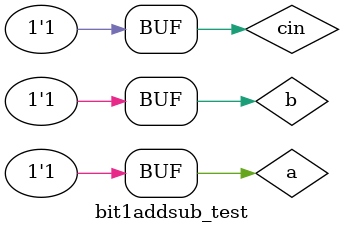
<source format=v>
module bit1addsub_test;
reg a,b,cin;
wire sum,carry;
bit1add DUT(sum, carry, a, b, cin);
initial begin
$dumpfile("bit1add.vcd");
$dumpvars(0, bit1addsub_test);
$monitor(" a=%b | b=%b | cin = %b | sum=%b | carry=%b",a,b,cin,sum,carry);
{a, b,cin} = 3'd0;
#5 {a, b,cin} = 3'd1;
#5 {a, b,cin} = 3'd2;
#5 {a, b,cin} = 3'd3;
#5 {a, b,cin} = 3'd4;
#5 {a, b,cin} = 3'd5;
#5 {a, b,cin} = 3'd6;
#5 {a, b,cin} = 3'd7;
end
endmodule
</source>
